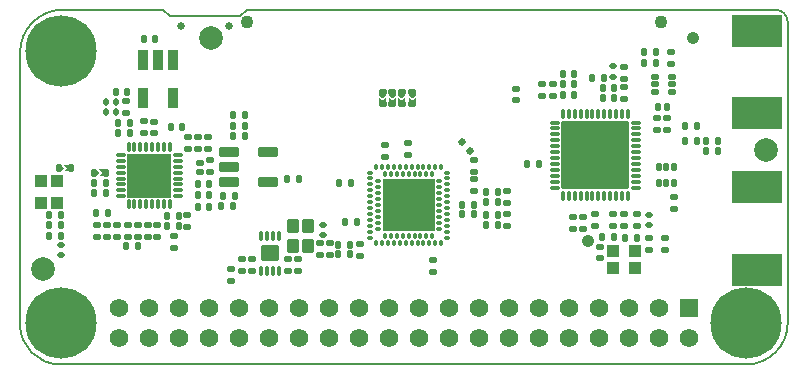
<source format=gbs>
G04*
G04 #@! TF.GenerationSoftware,Altium Limited,CircuitStudio,1.5.2 (30)*
G04*
G04 Layer_Color=8150272*
%FSLAX25Y25*%
%MOIN*%
G70*
G01*
G75*
%ADD53C,0.00500*%
%ADD103C,0.04137*%
G04:AMPARAMS|DCode=107|XSize=26.38mil|YSize=22.44mil|CornerRadius=6.3mil|HoleSize=0mil|Usage=FLASHONLY|Rotation=180.000|XOffset=0mil|YOffset=0mil|HoleType=Round|Shape=RoundedRectangle|*
%AMROUNDEDRECTD107*
21,1,0.02638,0.00984,0,0,180.0*
21,1,0.01378,0.02244,0,0,180.0*
1,1,0.01260,-0.00689,0.00492*
1,1,0.01260,0.00689,0.00492*
1,1,0.01260,0.00689,-0.00492*
1,1,0.01260,-0.00689,-0.00492*
%
%ADD107ROUNDEDRECTD107*%
G04:AMPARAMS|DCode=108|XSize=26.38mil|YSize=22.44mil|CornerRadius=6.3mil|HoleSize=0mil|Usage=FLASHONLY|Rotation=270.000|XOffset=0mil|YOffset=0mil|HoleType=Round|Shape=RoundedRectangle|*
%AMROUNDEDRECTD108*
21,1,0.02638,0.00984,0,0,270.0*
21,1,0.01378,0.02244,0,0,270.0*
1,1,0.01260,-0.00492,-0.00689*
1,1,0.01260,-0.00492,0.00689*
1,1,0.01260,0.00492,0.00689*
1,1,0.01260,0.00492,-0.00689*
%
%ADD108ROUNDEDRECTD108*%
G04:AMPARAMS|DCode=112|XSize=16.93mil|YSize=25.76mil|CornerRadius=2.09mil|HoleSize=0mil|Usage=FLASHONLY|Rotation=180.000|XOffset=0mil|YOffset=0mil|HoleType=Round|Shape=RoundedRectangle|*
%AMROUNDEDRECTD112*
21,1,0.01693,0.02158,0,0,180.0*
21,1,0.01276,0.02576,0,0,180.0*
1,1,0.00417,-0.00638,0.01079*
1,1,0.00417,0.00638,0.01079*
1,1,0.00417,0.00638,-0.01079*
1,1,0.00417,-0.00638,-0.01079*
%
%ADD112ROUNDEDRECTD112*%
G04:AMPARAMS|DCode=113|XSize=16.93mil|YSize=25.76mil|CornerRadius=2.09mil|HoleSize=0mil|Usage=FLASHONLY|Rotation=90.000|XOffset=0mil|YOffset=0mil|HoleType=Round|Shape=RoundedRectangle|*
%AMROUNDEDRECTD113*
21,1,0.01693,0.02158,0,0,90.0*
21,1,0.01276,0.02576,0,0,90.0*
1,1,0.00417,0.01079,0.00638*
1,1,0.00417,0.01079,-0.00638*
1,1,0.00417,-0.01079,-0.00638*
1,1,0.00417,-0.01079,0.00638*
%
%ADD113ROUNDEDRECTD113*%
G04:AMPARAMS|DCode=114|XSize=26.38mil|YSize=20.47mil|CornerRadius=5.81mil|HoleSize=0mil|Usage=FLASHONLY|Rotation=270.000|XOffset=0mil|YOffset=0mil|HoleType=Round|Shape=RoundedRectangle|*
%AMROUNDEDRECTD114*
21,1,0.02638,0.00886,0,0,270.0*
21,1,0.01476,0.02047,0,0,270.0*
1,1,0.01161,-0.00443,-0.00738*
1,1,0.01161,-0.00443,0.00738*
1,1,0.01161,0.00443,0.00738*
1,1,0.01161,0.00443,-0.00738*
%
%ADD114ROUNDEDRECTD114*%
G04:AMPARAMS|DCode=115|XSize=26.38mil|YSize=20.47mil|CornerRadius=5.81mil|HoleSize=0mil|Usage=FLASHONLY|Rotation=0.000|XOffset=0mil|YOffset=0mil|HoleType=Round|Shape=RoundedRectangle|*
%AMROUNDEDRECTD115*
21,1,0.02638,0.00886,0,0,0.0*
21,1,0.01476,0.02047,0,0,0.0*
1,1,0.01161,0.00738,-0.00443*
1,1,0.01161,-0.00738,-0.00443*
1,1,0.01161,-0.00738,0.00443*
1,1,0.01161,0.00738,0.00443*
%
%ADD115ROUNDEDRECTD115*%
%ADD118C,0.07874*%
%ADD119R,0.16796X0.10792*%
G04:AMPARAMS|DCode=122|XSize=24.41mil|YSize=20.47mil|CornerRadius=5.81mil|HoleSize=0mil|Usage=FLASHONLY|Rotation=90.000|XOffset=0mil|YOffset=0mil|HoleType=Round|Shape=RoundedRectangle|*
%AMROUNDEDRECTD122*
21,1,0.02441,0.00886,0,0,90.0*
21,1,0.01280,0.02047,0,0,90.0*
1,1,0.01161,0.00443,0.00640*
1,1,0.01161,0.00443,-0.00640*
1,1,0.01161,-0.00443,-0.00640*
1,1,0.01161,-0.00443,0.00640*
%
%ADD122ROUNDEDRECTD122*%
G04:AMPARAMS|DCode=123|XSize=24.41mil|YSize=20.47mil|CornerRadius=5.81mil|HoleSize=0mil|Usage=FLASHONLY|Rotation=180.000|XOffset=0mil|YOffset=0mil|HoleType=Round|Shape=RoundedRectangle|*
%AMROUNDEDRECTD123*
21,1,0.02441,0.00886,0,0,180.0*
21,1,0.01280,0.02047,0,0,180.0*
1,1,0.01161,-0.00640,0.00443*
1,1,0.01161,0.00640,0.00443*
1,1,0.01161,0.00640,-0.00443*
1,1,0.01161,-0.00640,-0.00443*
%
%ADD123ROUNDEDRECTD123*%
%ADD137C,0.23748*%
%ADD138R,0.06206X0.06206*%
%ADD139C,0.06206*%
%ADD140C,0.02662*%
%ADD141C,0.04300*%
G04:AMPARAMS|DCode=142|XSize=68mil|YSize=33mil|CornerRadius=4.5mil|HoleSize=0mil|Usage=FLASHONLY|Rotation=180.000|XOffset=0mil|YOffset=0mil|HoleType=Round|Shape=RoundedRectangle|*
%AMROUNDEDRECTD142*
21,1,0.06800,0.02400,0,0,180.0*
21,1,0.05900,0.03300,0,0,180.0*
1,1,0.00900,-0.02950,0.01200*
1,1,0.00900,0.02950,0.01200*
1,1,0.00900,0.02950,-0.01200*
1,1,0.00900,-0.02950,-0.01200*
%
%ADD142ROUNDEDRECTD142*%
G04:AMPARAMS|DCode=143|XSize=38.19mil|YSize=46.06mil|CornerRadius=2.26mil|HoleSize=0mil|Usage=FLASHONLY|Rotation=0.000|XOffset=0mil|YOffset=0mil|HoleType=Round|Shape=RoundedRectangle|*
%AMROUNDEDRECTD143*
21,1,0.03819,0.04154,0,0,0.0*
21,1,0.03366,0.04606,0,0,0.0*
1,1,0.00453,0.01683,-0.02077*
1,1,0.00453,-0.01683,-0.02077*
1,1,0.00453,-0.01683,0.02077*
1,1,0.00453,0.01683,0.02077*
%
%ADD143ROUNDEDRECTD143*%
G04:AMPARAMS|DCode=144|XSize=67.96mil|YSize=32.92mil|CornerRadius=3mil|HoleSize=0mil|Usage=FLASHONLY|Rotation=90.000|XOffset=0mil|YOffset=0mil|HoleType=Round|Shape=RoundedRectangle|*
%AMROUNDEDRECTD144*
21,1,0.06796,0.02693,0,0,90.0*
21,1,0.06197,0.03292,0,0,90.0*
1,1,0.00599,0.01347,0.03098*
1,1,0.00599,0.01347,-0.03098*
1,1,0.00599,-0.01347,-0.03098*
1,1,0.00599,-0.01347,0.03098*
%
%ADD144ROUNDEDRECTD144*%
G04:AMPARAMS|DCode=145|XSize=26.38mil|YSize=20.47mil|CornerRadius=5.81mil|HoleSize=0mil|Usage=FLASHONLY|Rotation=225.000|XOffset=0mil|YOffset=0mil|HoleType=Round|Shape=RoundedRectangle|*
%AMROUNDEDRECTD145*
21,1,0.02638,0.00886,0,0,225.0*
21,1,0.01476,0.02047,0,0,225.0*
1,1,0.01161,-0.00835,-0.00209*
1,1,0.01161,0.00209,0.00835*
1,1,0.01161,0.00835,0.00209*
1,1,0.01161,-0.00209,-0.00835*
%
%ADD145ROUNDEDRECTD145*%
G04:AMPARAMS|DCode=146|XSize=28.59mil|YSize=16.78mil|CornerRadius=2.88mil|HoleSize=0mil|Usage=FLASHONLY|Rotation=90.000|XOffset=0mil|YOffset=0mil|HoleType=Round|Shape=RoundedRectangle|*
%AMROUNDEDRECTD146*
21,1,0.02859,0.01102,0,0,90.0*
21,1,0.02284,0.01678,0,0,90.0*
1,1,0.00576,0.00551,0.01142*
1,1,0.00576,0.00551,-0.01142*
1,1,0.00576,-0.00551,-0.01142*
1,1,0.00576,-0.00551,0.01142*
%
%ADD146ROUNDEDRECTD146*%
G04:AMPARAMS|DCode=147|XSize=28.59mil|YSize=16.78mil|CornerRadius=2.88mil|HoleSize=0mil|Usage=FLASHONLY|Rotation=180.000|XOffset=0mil|YOffset=0mil|HoleType=Round|Shape=RoundedRectangle|*
%AMROUNDEDRECTD147*
21,1,0.02859,0.01102,0,0,180.0*
21,1,0.02284,0.01678,0,0,180.0*
1,1,0.00576,-0.01142,0.00551*
1,1,0.00576,0.01142,0.00551*
1,1,0.00576,0.01142,-0.00551*
1,1,0.00576,-0.01142,-0.00551*
%
%ADD147ROUNDEDRECTD147*%
G04:AMPARAMS|DCode=148|XSize=31.53mil|YSize=13.81mil|CornerRadius=3.95mil|HoleSize=0mil|Usage=FLASHONLY|Rotation=270.000|XOffset=0mil|YOffset=0mil|HoleType=Round|Shape=RoundedRectangle|*
%AMROUNDEDRECTD148*
21,1,0.03153,0.00591,0,0,270.0*
21,1,0.02363,0.01381,0,0,270.0*
1,1,0.00791,-0.00295,-0.01181*
1,1,0.00791,-0.00295,0.01181*
1,1,0.00791,0.00295,0.01181*
1,1,0.00791,0.00295,-0.01181*
%
%ADD148ROUNDEDRECTD148*%
G04:AMPARAMS|DCode=149|XSize=59.09mil|YSize=55.15mil|CornerRadius=6.32mil|HoleSize=0mil|Usage=FLASHONLY|Rotation=180.000|XOffset=0mil|YOffset=0mil|HoleType=Round|Shape=RoundedRectangle|*
%AMROUNDEDRECTD149*
21,1,0.05909,0.04252,0,0,180.0*
21,1,0.04646,0.05515,0,0,180.0*
1,1,0.01263,-0.02323,0.02126*
1,1,0.01263,0.02323,0.02126*
1,1,0.01263,0.02323,-0.02126*
1,1,0.01263,-0.02323,-0.02126*
%
%ADD149ROUNDEDRECTD149*%
G04:AMPARAMS|DCode=150|XSize=18.75mil|YSize=11.66mil|CornerRadius=2.37mil|HoleSize=0mil|Usage=FLASHONLY|Rotation=180.000|XOffset=0mil|YOffset=0mil|HoleType=Round|Shape=RoundedRectangle|*
%AMROUNDEDRECTD150*
21,1,0.01875,0.00693,0,0,180.0*
21,1,0.01402,0.01166,0,0,180.0*
1,1,0.00473,-0.00701,0.00347*
1,1,0.00473,0.00701,0.00347*
1,1,0.00473,0.00701,-0.00347*
1,1,0.00473,-0.00701,-0.00347*
%
%ADD150ROUNDEDRECTD150*%
G04:AMPARAMS|DCode=151|XSize=18.75mil|YSize=11.66mil|CornerRadius=2.37mil|HoleSize=0mil|Usage=FLASHONLY|Rotation=90.000|XOffset=0mil|YOffset=0mil|HoleType=Round|Shape=RoundedRectangle|*
%AMROUNDEDRECTD151*
21,1,0.01875,0.00693,0,0,90.0*
21,1,0.01402,0.01166,0,0,90.0*
1,1,0.00473,0.00347,0.00701*
1,1,0.00473,0.00347,-0.00701*
1,1,0.00473,-0.00347,-0.00701*
1,1,0.00473,-0.00347,0.00701*
%
%ADD151ROUNDEDRECTD151*%
G04:AMPARAMS|DCode=152|XSize=176.23mil|YSize=176.23mil|CornerRadius=5.83mil|HoleSize=0mil|Usage=FLASHONLY|Rotation=180.000|XOffset=0mil|YOffset=0mil|HoleType=Round|Shape=RoundedRectangle|*
%AMROUNDEDRECTD152*
21,1,0.17623,0.16457,0,0,180.0*
21,1,0.16457,0.17623,0,0,180.0*
1,1,0.01166,-0.08228,0.08228*
1,1,0.01166,0.08228,0.08228*
1,1,0.01166,0.08228,-0.08228*
1,1,0.01166,-0.08228,-0.08228*
%
%ADD152ROUNDEDRECTD152*%
G04:AMPARAMS|DCode=153|XSize=36.47mil|YSize=14.81mil|CornerRadius=6.22mil|HoleSize=0mil|Usage=FLASHONLY|Rotation=180.000|XOffset=0mil|YOffset=0mil|HoleType=Round|Shape=RoundedRectangle|*
%AMROUNDEDRECTD153*
21,1,0.03647,0.00236,0,0,180.0*
21,1,0.02402,0.01481,0,0,180.0*
1,1,0.01245,-0.01201,0.00118*
1,1,0.01245,0.01201,0.00118*
1,1,0.01245,0.01201,-0.00118*
1,1,0.01245,-0.01201,-0.00118*
%
%ADD153ROUNDEDRECTD153*%
G04:AMPARAMS|DCode=154|XSize=36.47mil|YSize=14.81mil|CornerRadius=6.22mil|HoleSize=0mil|Usage=FLASHONLY|Rotation=90.000|XOffset=0mil|YOffset=0mil|HoleType=Round|Shape=RoundedRectangle|*
%AMROUNDEDRECTD154*
21,1,0.03647,0.00236,0,0,90.0*
21,1,0.02402,0.01481,0,0,90.0*
1,1,0.01245,0.00118,0.01201*
1,1,0.01245,0.00118,-0.01201*
1,1,0.01245,-0.00118,-0.01201*
1,1,0.01245,-0.00118,0.01201*
%
%ADD154ROUNDEDRECTD154*%
G04:AMPARAMS|DCode=155|XSize=227.41mil|YSize=227.41mil|CornerRadius=7.11mil|HoleSize=0mil|Usage=FLASHONLY|Rotation=90.000|XOffset=0mil|YOffset=0mil|HoleType=Round|Shape=RoundedRectangle|*
%AMROUNDEDRECTD155*
21,1,0.22741,0.21319,0,0,90.0*
21,1,0.21319,0.22741,0,0,90.0*
1,1,0.01422,0.10659,0.10659*
1,1,0.01422,0.10659,-0.10659*
1,1,0.01422,-0.10659,-0.10659*
1,1,0.01422,-0.10659,0.10659*
%
%ADD155ROUNDEDRECTD155*%
%ADD156R,0.14867X0.14867*%
%ADD157O,0.03450X0.01284*%
%ADD158O,0.01284X0.03450*%
G04:AMPARAMS|DCode=159|XSize=42.37mil|YSize=40.4mil|CornerRadius=3.37mil|HoleSize=0mil|Usage=FLASHONLY|Rotation=180.000|XOffset=0mil|YOffset=0mil|HoleType=Round|Shape=RoundedRectangle|*
%AMROUNDEDRECTD159*
21,1,0.04237,0.03366,0,0,180.0*
21,1,0.03563,0.04040,0,0,180.0*
1,1,0.00674,-0.01782,0.01683*
1,1,0.00674,0.01782,0.01683*
1,1,0.00674,0.01782,-0.01683*
1,1,0.00674,-0.01782,-0.01683*
%
%ADD159ROUNDEDRECTD159*%
G04:AMPARAMS|DCode=160|XSize=42.37mil|YSize=40.4mil|CornerRadius=3.37mil|HoleSize=0mil|Usage=FLASHONLY|Rotation=90.000|XOffset=0mil|YOffset=0mil|HoleType=Round|Shape=RoundedRectangle|*
%AMROUNDEDRECTD160*
21,1,0.04237,0.03366,0,0,90.0*
21,1,0.03563,0.04040,0,0,90.0*
1,1,0.00674,0.01683,0.01782*
1,1,0.00674,0.01683,-0.01782*
1,1,0.00674,-0.01683,-0.01782*
1,1,0.00674,-0.01683,0.01782*
%
%ADD160ROUNDEDRECTD160*%
G36*
X1051006Y763781D02*
X1049306D01*
Y763881D01*
X1050206Y764781D01*
Y765081D01*
X1049306Y765981D01*
Y766081D01*
X1051006D01*
Y763781D01*
D02*
G37*
G36*
X1156676Y786681D02*
X1154376D01*
Y788381D01*
X1154476D01*
X1155376Y787481D01*
X1155676D01*
X1156576Y788381D01*
X1156676D01*
Y786681D01*
D02*
G37*
G36*
X1159876D02*
X1157576D01*
Y788381D01*
X1157676D01*
X1158576Y787481D01*
X1158876D01*
X1159776Y788381D01*
X1159876D01*
Y786681D01*
D02*
G37*
G36*
X1060946Y763551D02*
Y763251D01*
X1059946Y762251D01*
X1059146D01*
Y764551D01*
X1059946D01*
X1060946Y763551D01*
D02*
G37*
G36*
X1062706Y762251D02*
X1061006D01*
Y762351D01*
X1061906Y763251D01*
Y763551D01*
X1061006Y764451D01*
Y764551D01*
X1062706D01*
Y762251D01*
D02*
G37*
G36*
X1049246Y765081D02*
Y764781D01*
X1048246Y763781D01*
X1047446D01*
Y766081D01*
X1048246D01*
X1049246Y765081D01*
D02*
G37*
G36*
X1159876Y789281D02*
X1158876Y788281D01*
X1158576D01*
X1157576Y789281D01*
Y790081D01*
X1159876D01*
Y789281D01*
D02*
G37*
G36*
X1163076D02*
X1162076Y788281D01*
X1161776D01*
X1160776Y789281D01*
Y790081D01*
X1163076D01*
Y789281D01*
D02*
G37*
G36*
X1166476D02*
X1165476Y788281D01*
X1165176D01*
X1164176Y789281D01*
Y790081D01*
X1166476D01*
Y789281D01*
D02*
G37*
G36*
X1163076Y786681D02*
X1160776D01*
Y788381D01*
X1160876D01*
X1161776Y787481D01*
X1162076D01*
X1162976Y788381D01*
X1163076D01*
Y786681D01*
D02*
G37*
G36*
X1166476D02*
X1164176D01*
Y788381D01*
X1164276D01*
X1165176Y787481D01*
X1165476D01*
X1166376Y788381D01*
X1166476D01*
Y786681D01*
D02*
G37*
G36*
X1156676Y789281D02*
X1155676Y788281D01*
X1155376D01*
X1154376Y789281D01*
Y790081D01*
X1156676D01*
Y789281D01*
D02*
G37*
D53*
X1290528Y813564D02*
G03*
X1286362Y817730I-4166J0D01*
G01*
X1048995D02*
G03*
X1034623Y803358I0J-14372D01*
G01*
X1034623Y712769D02*
G03*
X1047891Y699502I13268J0D01*
G01*
X1276749Y699502D02*
G03*
X1290528Y713281I0J13780D01*
G01*
X1107961Y815466D02*
X1110224Y817730D01*
X1048995D02*
X1082327D01*
X1084591Y815466D01*
X1290528Y767631D02*
Y813564D01*
X1110224Y817730D02*
X1286362D01*
X1290528Y713281D02*
Y718006D01*
X1034623Y796470D02*
Y803358D01*
X1084591Y815466D02*
X1107961D01*
X1290528Y718006D02*
Y767631D01*
X1034623Y712769D02*
X1034623Y796470D01*
X1047891Y699502D02*
X1276749Y699502D01*
D103*
X1223876Y740681D02*
D03*
X1259076Y808281D02*
D03*
D107*
X1251631Y803557D02*
D03*
Y799620D02*
D03*
X1250253Y781509D02*
D03*
Y777572D02*
D03*
X1236070Y745635D02*
D03*
Y749572D02*
D03*
X1252676Y751413D02*
D03*
Y755350D02*
D03*
X1069876Y783313D02*
D03*
Y787250D02*
D03*
X1090410Y749226D02*
D03*
Y745289D02*
D03*
X1227976Y734813D02*
D03*
Y738750D02*
D03*
X1080322Y746027D02*
D03*
Y742090D02*
D03*
X1077172Y746027D02*
D03*
Y742090D02*
D03*
X1070479D02*
D03*
Y746027D02*
D03*
X1079239Y776490D02*
D03*
Y780427D02*
D03*
X1076076Y776513D02*
D03*
Y780450D02*
D03*
X1060176Y742113D02*
D03*
Y746050D02*
D03*
X1164032Y769305D02*
D03*
Y773242D02*
D03*
X1172376Y730213D02*
D03*
Y734150D02*
D03*
X1147876Y735613D02*
D03*
Y739550D02*
D03*
X1156175Y772664D02*
D03*
Y768727D02*
D03*
X1097376Y771213D02*
D03*
Y775150D02*
D03*
X1208708Y792879D02*
D03*
Y788942D02*
D03*
X1212251D02*
D03*
Y792879D02*
D03*
X1232330Y745635D02*
D03*
Y749572D02*
D03*
X1222276Y748650D02*
D03*
Y744713D02*
D03*
X1247103Y781509D02*
D03*
Y777572D02*
D03*
X1236076Y791850D02*
D03*
Y787913D02*
D03*
X1240204Y749572D02*
D03*
Y745635D02*
D03*
X1244141Y737761D02*
D03*
Y741698D02*
D03*
X1111976Y734680D02*
D03*
Y730743D02*
D03*
X1090776Y771213D02*
D03*
Y775150D02*
D03*
X1085876Y742350D02*
D03*
Y738413D02*
D03*
X1199991Y791421D02*
D03*
Y787484D02*
D03*
X1134506Y735983D02*
D03*
Y739920D02*
D03*
X1137806Y736003D02*
D03*
Y739940D02*
D03*
X1236076Y794613D02*
D03*
Y798550D02*
D03*
D108*
X1182007Y752681D02*
D03*
X1185944D02*
D03*
Y749481D02*
D03*
X1182007D02*
D03*
X1105642Y775662D02*
D03*
X1109579D02*
D03*
X1105666Y779049D02*
D03*
X1109603D02*
D03*
X1105666Y782494D02*
D03*
X1109603D02*
D03*
X1075843Y807887D02*
D03*
X1079780D02*
D03*
X1123678Y761234D02*
D03*
X1127615D02*
D03*
X1093855Y752080D02*
D03*
X1097792D02*
D03*
X1093855Y755919D02*
D03*
X1097792D02*
D03*
X1071144Y779981D02*
D03*
X1067207D02*
D03*
X1071144Y776581D02*
D03*
X1067207D02*
D03*
X1088744Y778681D02*
D03*
X1084807D02*
D03*
X1093855Y759757D02*
D03*
X1097792D02*
D03*
X1070085Y738940D02*
D03*
X1074022D02*
D03*
X1063944Y750081D02*
D03*
X1060007D02*
D03*
X1063144Y756681D02*
D03*
X1059207D02*
D03*
X1059209Y760053D02*
D03*
X1063146D02*
D03*
X1147044Y747081D02*
D03*
X1143107D02*
D03*
X1141007Y759781D02*
D03*
X1144944D02*
D03*
X1219444Y796381D02*
D03*
X1215507D02*
D03*
X1228807Y788181D02*
D03*
X1232744D02*
D03*
X1228807Y791681D02*
D03*
X1232744D02*
D03*
X1215507Y792781D02*
D03*
X1219444D02*
D03*
X1215507Y789181D02*
D03*
X1219444D02*
D03*
X1225207Y794981D02*
D03*
X1229144D02*
D03*
X1203787Y766305D02*
D03*
X1207724D02*
D03*
X1228590Y741895D02*
D03*
X1232527D02*
D03*
X1236267Y741698D02*
D03*
X1240204D02*
D03*
X1063144Y763381D02*
D03*
X1059207D02*
D03*
X1044407Y745781D02*
D03*
X1048344D02*
D03*
X1044407Y742381D02*
D03*
X1048344D02*
D03*
X1066507Y790381D02*
D03*
X1070444D02*
D03*
X1044407Y749181D02*
D03*
X1048344D02*
D03*
D112*
X1250176Y785281D02*
D03*
X1247176D02*
D03*
D113*
X1094576Y766681D02*
D03*
Y763681D02*
D03*
D114*
X1144576Y736181D02*
D03*
X1140576D02*
D03*
X1087587Y749029D02*
D03*
X1083587D02*
D03*
X1144566Y739411D02*
D03*
X1140566D02*
D03*
X1194059Y745870D02*
D03*
X1190059D02*
D03*
X1105776Y752281D02*
D03*
X1101776D02*
D03*
X1087587Y745486D02*
D03*
X1083587D02*
D03*
X1194059Y749118D02*
D03*
X1190059D02*
D03*
X1194035Y753557D02*
D03*
X1190035D02*
D03*
X1194059Y756795D02*
D03*
X1190059D02*
D03*
X1263176Y773881D02*
D03*
X1267176D02*
D03*
X1263176Y770581D02*
D03*
X1267176D02*
D03*
X1256176Y773981D02*
D03*
X1260176D02*
D03*
X1256176Y778981D02*
D03*
X1260176D02*
D03*
X1047556Y764911D02*
D03*
X1051556D02*
D03*
X1106176Y755581D02*
D03*
X1102176D02*
D03*
X1242776Y803581D02*
D03*
X1246776D02*
D03*
X1242776Y800081D02*
D03*
X1246776D02*
D03*
D115*
X1097976Y763581D02*
D03*
Y767581D02*
D03*
X1226425Y749604D02*
D03*
Y745604D02*
D03*
X1063576Y742081D02*
D03*
Y746081D02*
D03*
X1094076Y771181D02*
D03*
Y775181D02*
D03*
X1067076Y746081D02*
D03*
Y742081D02*
D03*
X1073876D02*
D03*
Y746081D02*
D03*
X1104976Y731281D02*
D03*
Y727281D02*
D03*
X1185953Y761245D02*
D03*
Y757245D02*
D03*
X1186080Y767761D02*
D03*
Y763761D02*
D03*
X1218876Y744681D02*
D03*
Y748681D02*
D03*
X1196956Y749566D02*
D03*
Y745566D02*
D03*
X1196956Y757243D02*
D03*
Y753243D02*
D03*
X1155536Y790411D02*
D03*
Y786411D02*
D03*
X1158716Y790391D02*
D03*
Y786391D02*
D03*
X1161956Y790401D02*
D03*
Y786401D02*
D03*
X1165316Y790401D02*
D03*
Y786401D02*
D03*
X1108586Y730741D02*
D03*
Y734741D02*
D03*
X1127216Y730671D02*
D03*
Y734671D02*
D03*
X1124026Y730711D02*
D03*
Y734711D02*
D03*
X1249476Y741681D02*
D03*
Y737681D02*
D03*
D118*
X1042280Y731214D02*
D03*
X1098136Y808401D02*
D03*
X1283127Y770886D02*
D03*
D119*
X1280174Y783114D02*
D03*
Y810614D02*
D03*
Y730948D02*
D03*
Y758448D02*
D03*
D122*
X1066549Y786981D02*
D03*
X1063203D02*
D03*
X1066549Y783681D02*
D03*
X1063203D02*
D03*
D123*
X1232330Y795439D02*
D03*
Y798785D02*
D03*
X1244141Y749277D02*
D03*
Y745931D02*
D03*
X1048275Y736007D02*
D03*
Y739354D02*
D03*
X1135766Y745880D02*
D03*
Y742534D02*
D03*
D137*
X1276749Y713281D02*
D03*
X1048402Y803832D02*
D03*
Y713281D02*
D03*
D138*
X1257576Y718281D02*
D03*
D139*
Y708281D02*
D03*
X1247576Y718281D02*
D03*
Y708281D02*
D03*
X1237576Y718281D02*
D03*
Y708281D02*
D03*
X1227576Y718281D02*
D03*
Y708281D02*
D03*
X1217576Y718281D02*
D03*
Y708281D02*
D03*
X1207576Y718281D02*
D03*
Y708281D02*
D03*
X1197576Y718281D02*
D03*
Y708281D02*
D03*
X1187576Y718281D02*
D03*
Y708281D02*
D03*
X1177576Y718281D02*
D03*
Y708281D02*
D03*
X1167576Y718281D02*
D03*
Y708281D02*
D03*
X1157576Y718281D02*
D03*
Y708281D02*
D03*
X1147576Y718281D02*
D03*
Y708281D02*
D03*
X1137576Y718281D02*
D03*
Y708281D02*
D03*
X1127576Y718281D02*
D03*
Y708281D02*
D03*
X1117576Y718281D02*
D03*
Y708281D02*
D03*
X1107576Y718281D02*
D03*
Y708281D02*
D03*
X1067576D02*
D03*
Y718281D02*
D03*
X1077576Y708281D02*
D03*
Y718281D02*
D03*
X1087576Y708281D02*
D03*
Y718281D02*
D03*
X1097576Y708281D02*
D03*
Y718281D02*
D03*
D140*
X1088403Y812331D02*
D03*
X1104348D02*
D03*
D141*
X1248276Y813561D02*
D03*
X1110176D02*
D03*
D142*
X1117333Y770368D02*
D03*
Y760368D02*
D03*
X1104433Y770368D02*
D03*
Y765368D02*
D03*
Y760368D02*
D03*
D143*
X1130735Y738935D02*
D03*
X1125616D02*
D03*
Y745627D02*
D03*
X1130735D02*
D03*
D144*
X1075792Y788250D02*
D03*
X1085792D02*
D03*
X1075792Y801006D02*
D03*
X1085792D02*
D03*
X1080792D02*
D03*
D145*
X1184738Y770646D02*
D03*
X1181909Y773475D02*
D03*
D146*
X1247517Y765437D02*
D03*
X1250076D02*
D03*
X1252635D02*
D03*
X1247517Y759925D02*
D03*
X1250076D02*
D03*
X1252635D02*
D03*
D147*
X1246320Y790222D02*
D03*
Y792781D02*
D03*
Y795340D02*
D03*
X1251832Y790222D02*
D03*
Y792781D02*
D03*
Y795340D02*
D03*
D148*
X1114983Y742417D02*
D03*
X1116952D02*
D03*
X1118920D02*
D03*
X1120889D02*
D03*
Y730605D02*
D03*
X1118920D02*
D03*
X1116952D02*
D03*
X1114983D02*
D03*
D149*
X1117936Y736511D02*
D03*
D150*
X1176971Y763428D02*
D03*
Y761459D02*
D03*
Y759491D02*
D03*
Y757522D02*
D03*
Y755554D02*
D03*
Y753585D02*
D03*
Y751617D02*
D03*
Y749648D02*
D03*
Y747680D02*
D03*
Y745711D02*
D03*
Y743743D02*
D03*
Y741774D02*
D03*
X1151380D02*
D03*
Y743743D02*
D03*
Y745711D02*
D03*
Y747680D02*
D03*
Y749648D02*
D03*
Y751617D02*
D03*
Y753585D02*
D03*
Y755554D02*
D03*
Y757522D02*
D03*
Y759491D02*
D03*
Y761459D02*
D03*
Y763428D02*
D03*
X1174412Y760475D02*
D03*
Y758507D02*
D03*
Y756538D02*
D03*
Y754570D02*
D03*
Y752601D02*
D03*
Y750633D02*
D03*
Y748664D02*
D03*
Y746696D02*
D03*
Y744727D02*
D03*
X1153939D02*
D03*
Y746696D02*
D03*
Y748664D02*
D03*
Y750633D02*
D03*
Y752601D02*
D03*
Y754570D02*
D03*
Y756538D02*
D03*
Y758507D02*
D03*
Y760475D02*
D03*
D151*
X1175002Y739806D02*
D03*
X1173034D02*
D03*
X1171065D02*
D03*
X1169097D02*
D03*
X1167128D02*
D03*
X1165160D02*
D03*
X1163191D02*
D03*
X1161223D02*
D03*
X1159254D02*
D03*
X1157286D02*
D03*
X1155317D02*
D03*
X1153349D02*
D03*
Y765396D02*
D03*
X1155317D02*
D03*
X1157286D02*
D03*
X1159254D02*
D03*
X1161223D02*
D03*
X1163191D02*
D03*
X1165160D02*
D03*
X1167128D02*
D03*
X1169097D02*
D03*
X1171065D02*
D03*
X1173034D02*
D03*
X1175002D02*
D03*
X1172050Y742365D02*
D03*
X1170081D02*
D03*
X1168113D02*
D03*
X1166144D02*
D03*
X1164176D02*
D03*
X1162207D02*
D03*
X1160239D02*
D03*
X1158270D02*
D03*
X1156302D02*
D03*
Y762837D02*
D03*
X1158270D02*
D03*
X1160239D02*
D03*
X1162207D02*
D03*
X1164176D02*
D03*
X1166144D02*
D03*
X1168113D02*
D03*
X1170081D02*
D03*
X1172050D02*
D03*
D152*
X1164176Y752601D02*
D03*
D153*
X1240007Y780084D02*
D03*
Y778116D02*
D03*
Y776147D02*
D03*
Y774179D02*
D03*
Y772210D02*
D03*
Y770242D02*
D03*
Y768273D02*
D03*
Y766305D02*
D03*
Y764336D02*
D03*
Y762368D02*
D03*
Y760399D02*
D03*
Y758431D02*
D03*
X1212842D02*
D03*
Y760399D02*
D03*
Y762368D02*
D03*
Y764336D02*
D03*
Y766305D02*
D03*
Y768273D02*
D03*
Y770242D02*
D03*
Y772210D02*
D03*
Y774179D02*
D03*
Y776147D02*
D03*
Y778116D02*
D03*
Y780084D02*
D03*
D154*
X1237251Y755675D02*
D03*
X1235283D02*
D03*
X1233314D02*
D03*
X1231346D02*
D03*
X1229377D02*
D03*
X1227409D02*
D03*
X1225440D02*
D03*
X1223472D02*
D03*
X1221503D02*
D03*
X1219535D02*
D03*
X1217566D02*
D03*
X1215598D02*
D03*
Y782840D02*
D03*
X1217566D02*
D03*
X1219535D02*
D03*
X1221503D02*
D03*
X1223472D02*
D03*
X1225440D02*
D03*
X1227409D02*
D03*
X1229377D02*
D03*
X1231346D02*
D03*
X1233314D02*
D03*
X1235283D02*
D03*
X1237251D02*
D03*
D155*
X1226425Y769257D02*
D03*
D156*
X1077713Y762415D02*
D03*
D157*
X1087261Y755525D02*
D03*
Y757494D02*
D03*
Y759462D02*
D03*
Y761431D02*
D03*
Y763399D02*
D03*
Y765368D02*
D03*
Y767336D02*
D03*
Y769305D02*
D03*
X1068166D02*
D03*
Y767336D02*
D03*
Y765368D02*
D03*
Y763399D02*
D03*
Y761431D02*
D03*
Y759462D02*
D03*
Y757494D02*
D03*
Y755525D02*
D03*
D158*
X1084603Y771962D02*
D03*
X1082635D02*
D03*
X1080666D02*
D03*
X1078698D02*
D03*
X1076729D02*
D03*
X1074761D02*
D03*
X1072792D02*
D03*
X1070824D02*
D03*
Y752868D02*
D03*
X1072792D02*
D03*
X1074761D02*
D03*
X1076729D02*
D03*
X1078698D02*
D03*
X1080666D02*
D03*
X1082635D02*
D03*
X1084603D02*
D03*
D159*
X1232434Y737237D02*
D03*
Y731725D02*
D03*
X1239717D02*
D03*
Y737237D02*
D03*
D160*
X1047031Y760723D02*
D03*
X1041520D02*
D03*
Y753439D02*
D03*
X1047031D02*
D03*
M02*

</source>
